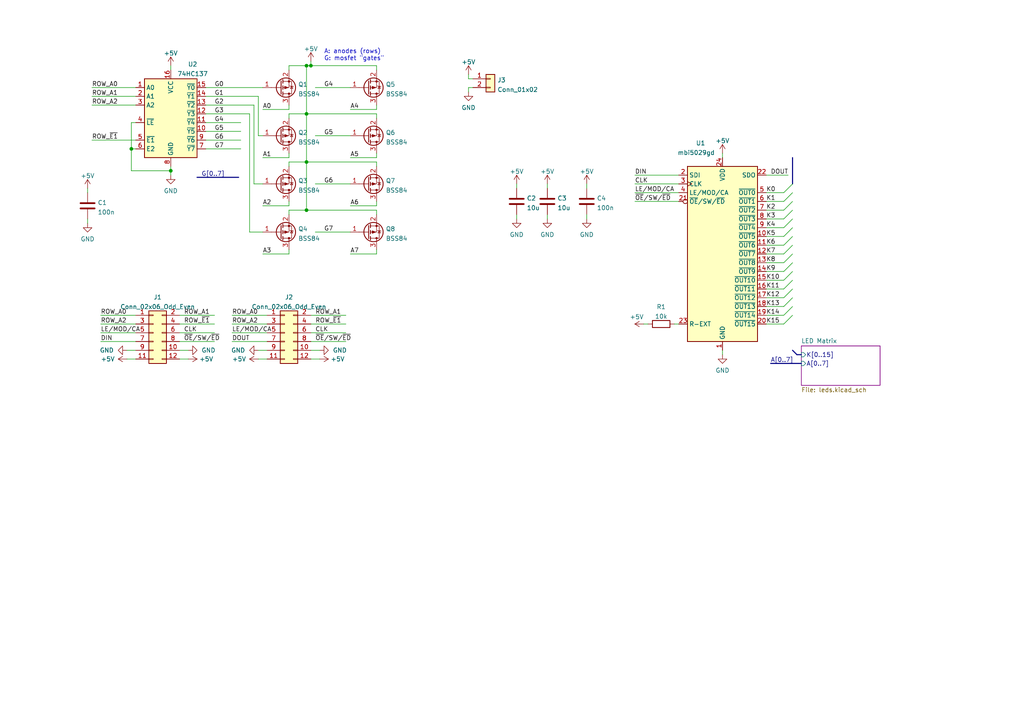
<source format=kicad_sch>
(kicad_sch (version 20210621) (generator eeschema)
  (paper "A4")
  (lib_symbols
    (symbol "74xx:74HC137"
      (property "Reference" "U" (at -7.62 13.97 0))
      (property "Value" "74HC137" (at 2.54 -11.43 0))
      (symbol "74HC137_0_1"
        (rectangle (start -7.62 12.7) (end 7.62 -10.16) (stroke (width 0.254)) (fill (type background)))
      )
      (symbol "74HC137_1_1"
        (pin input line (at -10.16 10.16 0) (length 2.54) (name "A0") (number "1"))
        (pin output line (at 10.16 -2.54 180) (length 2.54) (name "~{Y5}") (number "10"))
        (pin output line (at 10.16 0 180) (length 2.54) (name "~{Y4}") (number "11"))
        (pin output line (at 10.16 2.54 180) (length 2.54) (name "~{Y3}") (number "12"))
        (pin output line (at 10.16 5.08 180) (length 2.54) (name "~{Y2}") (number "13"))
        (pin output line (at 10.16 7.62 180) (length 2.54) (name "~{Y1}") (number "14"))
        (pin output line (at 10.16 10.16 180) (length 2.54) (name "~{Y0}") (number "15"))
        (pin power_in line (at 0 15.24 270) (length 2.54) (name "VCC") (number "16"))
        (pin input line (at -10.16 7.62 0) (length 2.54) (name "A1") (number "2"))
        (pin input line (at -10.16 5.08 0) (length 2.54) (name "A2") (number "3"))
        (pin input line (at -10.16 0 0) (length 2.54) (name "~{LE}") (number "4"))
        (pin input line (at -10.16 -5.08 0) (length 2.54) (name "~{E1}") (number "5"))
        (pin input line (at -10.16 -7.62 0) (length 2.54) (name "E2") (number "6"))
        (pin output line (at 10.16 -7.62 180) (length 2.54) (name "~{Y7}") (number "7"))
        (pin power_in line (at 0 -12.7 90) (length 2.54) (name "GND") (number "8"))
        (pin output line (at 10.16 -5.08 180) (length 2.54) (name "~{Y6}") (number "9"))
      )
    )
    (symbol "Connector_Generic:Conn_01x02" (pin_names (offset 1.016) hide)
      (property "Reference" "J" (at 0 2.54 0))
      (property "Value" "Conn_01x02" (at 0 -5.08 0))
      (symbol "Conn_01x02_1_1"
        (rectangle (start -1.27 -2.413) (end 0 -2.667) (stroke (width 0.1524)))
        (rectangle (start -1.27 0.127) (end 0 -0.127) (stroke (width 0.1524)))
        (rectangle (start -1.27 1.27) (end 1.27 -3.81) (stroke (width 0.254)) (fill (type background)))
        (pin passive line (at -5.08 0 0) (length 3.81) (name "Pin_1") (number "1"))
        (pin passive line (at -5.08 -2.54 0) (length 3.81) (name "Pin_2") (number "2"))
      )
    )
    (symbol "Connector_Generic:Conn_02x06_Odd_Even" (pin_names (offset 1.016) hide)
      (property "Reference" "J" (at 1.27 7.62 0))
      (property "Value" "Conn_02x06_Odd_Even" (at 1.27 -10.16 0))
      (symbol "Conn_02x06_Odd_Even_1_1"
        (rectangle (start -1.27 -7.493) (end 0 -7.747) (stroke (width 0.1524)))
        (rectangle (start -1.27 -4.953) (end 0 -5.207) (stroke (width 0.1524)))
        (rectangle (start -1.27 -2.413) (end 0 -2.667) (stroke (width 0.1524)))
        (rectangle (start -1.27 0.127) (end 0 -0.127) (stroke (width 0.1524)))
        (rectangle (start -1.27 2.667) (end 0 2.413) (stroke (width 0.1524)))
        (rectangle (start -1.27 5.207) (end 0 4.953) (stroke (width 0.1524)))
        (rectangle (start 3.81 -7.493) (end 2.54 -7.747) (stroke (width 0.1524)))
        (rectangle (start 3.81 -4.953) (end 2.54 -5.207) (stroke (width 0.1524)))
        (rectangle (start 3.81 -2.413) (end 2.54 -2.667) (stroke (width 0.1524)))
        (rectangle (start 3.81 0.127) (end 2.54 -0.127) (stroke (width 0.1524)))
        (rectangle (start 3.81 2.667) (end 2.54 2.413) (stroke (width 0.1524)))
        (rectangle (start 3.81 5.207) (end 2.54 4.953) (stroke (width 0.1524)))
        (rectangle (start -1.27 6.35) (end 3.81 -8.89) (stroke (width 0.254)) (fill (type background)))
        (pin passive line (at -5.08 5.08 0) (length 3.81) (name "Pin_1") (number "1"))
        (pin passive line (at 7.62 -5.08 180) (length 3.81) (name "Pin_10") (number "10"))
        (pin passive line (at -5.08 -7.62 0) (length 3.81) (name "Pin_11") (number "11"))
        (pin passive line (at 7.62 -7.62 180) (length 3.81) (name "Pin_12") (number "12"))
        (pin passive line (at 7.62 5.08 180) (length 3.81) (name "Pin_2") (number "2"))
        (pin passive line (at -5.08 2.54 0) (length 3.81) (name "Pin_3") (number "3"))
        (pin passive line (at 7.62 2.54 180) (length 3.81) (name "Pin_4") (number "4"))
        (pin passive line (at -5.08 0 0) (length 3.81) (name "Pin_5") (number "5"))
        (pin passive line (at 7.62 0 180) (length 3.81) (name "Pin_6") (number "6"))
        (pin passive line (at -5.08 -2.54 0) (length 3.81) (name "Pin_7") (number "7"))
        (pin passive line (at 7.62 -2.54 180) (length 3.81) (name "Pin_8") (number "8"))
        (pin passive line (at -5.08 -5.08 0) (length 3.81) (name "Pin_9") (number "9"))
      )
    )
    (symbol "Device:C" (pin_numbers hide) (pin_names (offset 0.254))
      (property "Reference" "C" (at 0.635 2.54 0))
      (property "Value" "C" (at 0.635 -2.54 0))
      (symbol "C_0_1"
        (polyline (pts (xy -2.032 -0.762) (xy 2.032 -0.762)) (stroke (width 0.508)))
        (polyline (pts (xy -2.032 0.762) (xy 2.032 0.762)) (stroke (width 0.508)))
      )
      (symbol "C_1_1"
        (pin passive line (at 0 3.81 270) (length 2.794) (name "~") (number "1"))
        (pin passive line (at 0 -3.81 90) (length 2.794) (name "~") (number "2"))
      )
    )
    (symbol "Device:R" (pin_numbers hide) (pin_names (offset 0))
      (property "Reference" "R" (at 2.032 0 90))
      (property "Value" "R" (at 0 0 90))
      (symbol "R_0_1"
        (rectangle (start -1.016 -2.54) (end 1.016 2.54) (stroke (width 0.254)))
      )
      (symbol "R_1_1"
        (pin passive line (at 0 3.81 270) (length 1.27) (name "~") (number "1"))
        (pin passive line (at 0 -3.81 90) (length 1.27) (name "~") (number "2"))
      )
    )
    (symbol "Transistor_FET:BSS84" (pin_names hide)
      (property "Reference" "Q" (at 5.08 1.905 0))
      (property "Value" "BSS84" (at 5.08 0 0))
      (symbol "BSS84_0_1"
        (circle (center 1.651 0) (radius 2.794) (stroke (width 0.254)))
        (circle (center 2.54 -1.778) (radius 0.254) (fill (type outline)))
        (circle (center 2.54 1.778) (radius 0.254) (fill (type outline)))
        (polyline (pts (xy 0.254 0) (xy -2.54 0)))
        (polyline (pts (xy 0.254 1.905) (xy 0.254 -1.905)) (stroke (width 0.254)))
        (polyline (pts (xy 0.762 -1.27) (xy 0.762 -2.286)) (stroke (width 0.254)))
        (polyline (pts (xy 0.762 0.508) (xy 0.762 -0.508)) (stroke (width 0.254)))
        (polyline (pts (xy 0.762 2.286) (xy 0.762 1.27)) (stroke (width 0.254)))
        (polyline (pts (xy 2.54 2.54) (xy 2.54 1.778)))
        (polyline (pts (xy 2.54 -2.54) (xy 2.54 0) (xy 0.762 0)))
        (polyline (pts (xy 0.762 1.778) (xy 3.302 1.778) (xy 3.302 -1.778) (xy 0.762 -1.778)))
        (polyline (pts (xy 2.794 -0.508) (xy 2.921 -0.381) (xy 3.683 -0.381) (xy 3.81 -0.254)))
        (polyline (pts (xy 3.302 -0.381) (xy 2.921 0.254) (xy 3.683 0.254) (xy 3.302 -0.381)))
        (polyline (pts (xy 2.286 0) (xy 1.27 0.381) (xy 1.27 -0.381) (xy 2.286 0)) (fill (type outline)))
      )
      (symbol "BSS84_1_1"
        (pin input line (at -5.08 0 0) (length 2.54) (name "G") (number "1"))
        (pin passive line (at 2.54 -5.08 90) (length 2.54) (name "S") (number "2"))
        (pin passive line (at 2.54 5.08 270) (length 2.54) (name "D") (number "3"))
      )
    )
    (symbol "mbi5029_led_matrix:mbi5029gd"
      (property "Reference" "U" (at -7.62 26.67 0))
      (property "Value" "mbi5029gd" (at 3.81 26.67 0))
      (symbol "mbi5029gd_0_1"
        (rectangle (start -10.16 25.4) (end 10.16 -25.4) (stroke (width 0.254)) (fill (type background)))
      )
      (symbol "mbi5029gd_1_1"
        (pin power_in line (at 0 -27.94 90) (length 2.54) (name "GND") (number "1"))
        (pin output line (at 12.7 5.08 180) (length 2.54) (name "~{OUT5}") (number "10"))
        (pin output line (at 12.7 2.54 180) (length 2.54) (name "~{OUT6}") (number "11"))
        (pin output line (at 12.7 0 180) (length 2.54) (name "~{OUT7}") (number "12"))
        (pin output line (at 12.7 -2.54 180) (length 2.54) (name "~{OUT8}") (number "13"))
        (pin output line (at 12.7 -5.08 180) (length 2.54) (name "~{OUT9}") (number "14"))
        (pin output line (at 12.7 -7.62 180) (length 2.54) (name "~{OUT10}") (number "15"))
        (pin output line (at 12.7 -10.16 180) (length 2.54) (name "~{OUT11}") (number "16"))
        (pin output line (at 12.7 -12.7 180) (length 2.54) (name "~{OUT12}") (number "17"))
        (pin output line (at 12.7 -15.24 180) (length 2.54) (name "~{OUT13}") (number "18"))
        (pin output line (at 12.7 -17.78 180) (length 2.54) (name "~{OUT14}") (number "19"))
        (pin input line (at -12.7 22.86 0) (length 2.54) (name "SDI") (number "2"))
        (pin output line (at 12.7 -20.32 180) (length 2.54) (name "~{OUT15}") (number "20"))
        (pin input inverted (at -12.7 15.24 0) (length 2.54) (name "~{OE}/SW/~{ED}") (number "21"))
        (pin output line (at 12.7 22.86 180) (length 2.54) (name "SDO") (number "22"))
        (pin passive line (at -12.7 -20.32 0) (length 2.54) (name "R-EXT") (number "23"))
        (pin power_in line (at 0 27.94 270) (length 2.54) (name "VDD") (number "24"))
        (pin input clock (at -12.7 20.32 0) (length 2.54) (name "CLK") (number "3"))
        (pin input line (at -12.7 17.78 0) (length 2.54) (name "LE/MOD/CA") (number "4"))
        (pin output line (at 12.7 17.78 180) (length 2.54) (name "~{OUT0}") (number "5"))
        (pin output line (at 12.7 15.24 180) (length 2.54) (name "~{OUT1}") (number "6"))
        (pin output line (at 12.7 12.7 180) (length 2.54) (name "~{OUT2}") (number "7"))
        (pin output line (at 12.7 10.16 180) (length 2.54) (name "~{OUT3}") (number "8"))
        (pin output line (at 12.7 7.62 180) (length 2.54) (name "~{OUT4}") (number "9"))
      )
    )
    (symbol "power:+5V" (power) (pin_names (offset 0))
      (property "Value" "+5V" (at 0 3.556 0))
      (symbol "+5V_0_1"
        (polyline (pts (xy -0.762 1.27) (xy 0 2.54)))
        (polyline (pts (xy 0 0) (xy 0 2.54)))
        (polyline (pts (xy 0 2.54) (xy 0.762 1.27)))
      )
      (symbol "+5V_1_1"
        (pin power_in line (at 0 0 90) (length 0) hide (name "+5V") (number "1"))
      )
    )
    (symbol "power:GND" (power) (pin_names (offset 0))
      (property "Value" "GND" (at 0 -3.81 0))
      (symbol "GND_0_1"
        (polyline (pts (xy 0 0) (xy 0 -1.27) (xy 1.27 -1.27) (xy 0 -2.54) (xy -1.27 -1.27) (xy 0 -1.27)))
      )
      (symbol "GND_1_1"
        (pin power_in line (at 0 0 270) (length 0) hide (name "GND") (number "1"))
      )
    )
  )
  (junction (at 38.1 43.18))
  (junction (at 49.53 49.53))
  (junction (at 88.9 19.05))
  (junction (at 88.9 33.02))
  (junction (at 88.9 46.99))
  (junction (at 88.9 60.96))
  (junction (at 90.17 19.05))
  (bus_entry (at 229.87 53.34) (size -2.54 2.54))
  (bus_entry (at 229.87 55.88) (size -2.54 2.54))
  (bus_entry (at 229.87 58.42) (size -2.54 2.54))
  (bus_entry (at 229.87 60.96) (size -2.54 2.54))
  (bus_entry (at 229.87 63.5) (size -2.54 2.54))
  (bus_entry (at 229.87 66.04) (size -2.54 2.54))
  (bus_entry (at 229.87 68.58) (size -2.54 2.54))
  (bus_entry (at 229.87 71.12) (size -2.54 2.54))
  (bus_entry (at 229.87 73.66) (size -2.54 2.54))
  (bus_entry (at 229.87 76.2) (size -2.54 2.54))
  (bus_entry (at 229.87 78.74) (size -2.54 2.54))
  (bus_entry (at 229.87 81.28) (size -2.54 2.54))
  (bus_entry (at 229.87 83.82) (size -2.54 2.54))
  (bus_entry (at 229.87 86.36) (size -2.54 2.54))
  (bus_entry (at 229.87 88.9) (size -2.54 2.54))
  (bus_entry (at 229.87 91.44) (size -2.54 2.54))
  (wire (pts (xy 25.4 54.61) (xy 25.4 55.88)))
  (wire (pts (xy 25.4 63.5) (xy 25.4 64.77)))
  (wire (pts (xy 26.67 25.4) (xy 39.37 25.4)))
  (wire (pts (xy 26.67 27.94) (xy 39.37 27.94)))
  (wire (pts (xy 26.67 30.48) (xy 39.37 30.48)))
  (wire (pts (xy 26.67 40.64) (xy 39.37 40.64)))
  (wire (pts (xy 29.21 91.44) (xy 39.37 91.44)))
  (wire (pts (xy 29.21 93.98) (xy 39.37 93.98)))
  (wire (pts (xy 29.21 96.52) (xy 39.37 96.52)))
  (wire (pts (xy 29.21 99.06) (xy 39.37 99.06)))
  (wire (pts (xy 36.83 101.6) (xy 39.37 101.6)))
  (wire (pts (xy 36.83 104.14) (xy 39.37 104.14)))
  (wire (pts (xy 38.1 35.56) (xy 38.1 43.18)))
  (wire (pts (xy 38.1 43.18) (xy 38.1 49.53)))
  (wire (pts (xy 38.1 43.18) (xy 39.37 43.18)))
  (wire (pts (xy 38.1 49.53) (xy 49.53 49.53)))
  (wire (pts (xy 39.37 35.56) (xy 38.1 35.56)))
  (wire (pts (xy 49.53 19.05) (xy 49.53 20.32)))
  (wire (pts (xy 49.53 48.26) (xy 49.53 49.53)))
  (wire (pts (xy 49.53 49.53) (xy 49.53 50.8)))
  (wire (pts (xy 52.07 91.44) (xy 62.23 91.44)))
  (wire (pts (xy 52.07 93.98) (xy 62.23 93.98)))
  (wire (pts (xy 52.07 96.52) (xy 62.23 96.52)))
  (wire (pts (xy 52.07 99.06) (xy 62.23 99.06)))
  (wire (pts (xy 52.07 101.6) (xy 54.61 101.6)))
  (wire (pts (xy 52.07 104.14) (xy 54.61 104.14)))
  (wire (pts (xy 59.69 25.4) (xy 76.2 25.4)))
  (wire (pts (xy 59.69 27.94) (xy 74.93 27.94)))
  (wire (pts (xy 59.69 30.48) (xy 73.66 30.48)))
  (wire (pts (xy 59.69 33.02) (xy 72.39 33.02)))
  (wire (pts (xy 59.69 35.56) (xy 69.85 35.56)))
  (wire (pts (xy 59.69 38.1) (xy 69.85 38.1)))
  (wire (pts (xy 59.69 40.64) (xy 69.85 40.64)))
  (wire (pts (xy 59.69 43.18) (xy 69.85 43.18)))
  (wire (pts (xy 67.31 91.44) (xy 77.47 91.44)))
  (wire (pts (xy 67.31 93.98) (xy 77.47 93.98)))
  (wire (pts (xy 67.31 96.52) (xy 77.47 96.52)))
  (wire (pts (xy 67.31 99.06) (xy 77.47 99.06)))
  (wire (pts (xy 72.39 33.02) (xy 72.39 67.31)))
  (wire (pts (xy 72.39 67.31) (xy 76.2 67.31)))
  (wire (pts (xy 73.66 30.48) (xy 73.66 53.34)))
  (wire (pts (xy 73.66 53.34) (xy 76.2 53.34)))
  (wire (pts (xy 74.93 27.94) (xy 74.93 39.37)))
  (wire (pts (xy 74.93 39.37) (xy 76.2 39.37)))
  (wire (pts (xy 74.93 101.6) (xy 77.47 101.6)))
  (wire (pts (xy 74.93 104.14) (xy 77.47 104.14)))
  (wire (pts (xy 76.2 31.75) (xy 83.82 31.75)))
  (wire (pts (xy 76.2 45.72) (xy 83.82 45.72)))
  (wire (pts (xy 83.82 19.05) (xy 88.9 19.05)))
  (wire (pts (xy 83.82 20.32) (xy 83.82 19.05)))
  (wire (pts (xy 83.82 30.48) (xy 83.82 31.75)))
  (wire (pts (xy 83.82 33.02) (xy 88.9 33.02)))
  (wire (pts (xy 83.82 34.29) (xy 83.82 33.02)))
  (wire (pts (xy 83.82 45.72) (xy 83.82 44.45)))
  (wire (pts (xy 83.82 46.99) (xy 88.9 46.99)))
  (wire (pts (xy 83.82 48.26) (xy 83.82 46.99)))
  (wire (pts (xy 83.82 58.42) (xy 83.82 59.69)))
  (wire (pts (xy 83.82 59.69) (xy 76.2 59.69)))
  (wire (pts (xy 83.82 60.96) (xy 88.9 60.96)))
  (wire (pts (xy 83.82 62.23) (xy 83.82 60.96)))
  (wire (pts (xy 83.82 72.39) (xy 83.82 73.66)))
  (wire (pts (xy 83.82 73.66) (xy 76.2 73.66)))
  (wire (pts (xy 88.9 19.05) (xy 90.17 19.05)))
  (wire (pts (xy 88.9 33.02) (xy 88.9 19.05)))
  (wire (pts (xy 88.9 33.02) (xy 88.9 46.99)))
  (wire (pts (xy 88.9 33.02) (xy 109.22 33.02)))
  (wire (pts (xy 88.9 46.99) (xy 109.22 46.99)))
  (wire (pts (xy 88.9 60.96) (xy 88.9 46.99)))
  (wire (pts (xy 88.9 60.96) (xy 109.22 60.96)))
  (wire (pts (xy 90.17 17.78) (xy 90.17 19.05)))
  (wire (pts (xy 90.17 19.05) (xy 109.22 19.05)))
  (wire (pts (xy 90.17 91.44) (xy 100.33 91.44)))
  (wire (pts (xy 90.17 93.98) (xy 100.33 93.98)))
  (wire (pts (xy 90.17 96.52) (xy 100.33 96.52)))
  (wire (pts (xy 90.17 99.06) (xy 100.33 99.06)))
  (wire (pts (xy 90.17 101.6) (xy 92.71 101.6)))
  (wire (pts (xy 90.17 104.14) (xy 92.71 104.14)))
  (wire (pts (xy 91.44 25.4) (xy 101.6 25.4)))
  (wire (pts (xy 91.44 39.37) (xy 101.6 39.37)))
  (wire (pts (xy 91.44 53.34) (xy 101.6 53.34)))
  (wire (pts (xy 91.44 67.31) (xy 101.6 67.31)))
  (wire (pts (xy 101.6 31.75) (xy 109.22 31.75)))
  (wire (pts (xy 101.6 45.72) (xy 109.22 45.72)))
  (wire (pts (xy 101.6 59.69) (xy 109.22 59.69)))
  (wire (pts (xy 101.6 73.66) (xy 109.22 73.66)))
  (wire (pts (xy 109.22 19.05) (xy 109.22 20.32)))
  (wire (pts (xy 109.22 30.48) (xy 109.22 31.75)))
  (wire (pts (xy 109.22 33.02) (xy 109.22 34.29)))
  (wire (pts (xy 109.22 44.45) (xy 109.22 45.72)))
  (wire (pts (xy 109.22 46.99) (xy 109.22 48.26)))
  (wire (pts (xy 109.22 58.42) (xy 109.22 59.69)))
  (wire (pts (xy 109.22 60.96) (xy 109.22 62.23)))
  (wire (pts (xy 109.22 72.39) (xy 109.22 73.66)))
  (wire (pts (xy 135.89 21.59) (xy 135.89 22.86)))
  (wire (pts (xy 135.89 22.86) (xy 137.16 22.86)))
  (wire (pts (xy 135.89 25.4) (xy 135.89 26.67)))
  (wire (pts (xy 137.16 25.4) (xy 135.89 25.4)))
  (wire (pts (xy 149.86 53.34) (xy 149.86 54.61)))
  (wire (pts (xy 149.86 62.23) (xy 149.86 63.5)))
  (wire (pts (xy 158.75 53.34) (xy 158.75 54.61)))
  (wire (pts (xy 158.75 62.23) (xy 158.75 63.5)))
  (wire (pts (xy 170.18 53.34) (xy 170.18 54.61)))
  (wire (pts (xy 170.18 62.23) (xy 170.18 63.5)))
  (wire (pts (xy 184.15 50.8) (xy 196.85 50.8)))
  (wire (pts (xy 184.15 53.34) (xy 196.85 53.34)))
  (wire (pts (xy 184.15 55.88) (xy 196.85 55.88)))
  (wire (pts (xy 184.15 58.42) (xy 196.85 58.42)))
  (wire (pts (xy 186.69 93.98) (xy 187.96 93.98)))
  (wire (pts (xy 195.58 93.98) (xy 196.85 93.98)))
  (wire (pts (xy 209.55 44.45) (xy 209.55 45.72)))
  (wire (pts (xy 209.55 101.6) (xy 209.55 102.87)))
  (wire (pts (xy 222.25 50.8) (xy 228.6 50.8)))
  (wire (pts (xy 222.25 55.88) (xy 227.33 55.88)))
  (wire (pts (xy 222.25 58.42) (xy 227.33 58.42)))
  (wire (pts (xy 222.25 60.96) (xy 227.33 60.96)))
  (wire (pts (xy 222.25 63.5) (xy 227.33 63.5)))
  (wire (pts (xy 222.25 66.04) (xy 227.33 66.04)))
  (wire (pts (xy 222.25 68.58) (xy 227.33 68.58)))
  (wire (pts (xy 222.25 71.12) (xy 227.33 71.12)))
  (wire (pts (xy 222.25 73.66) (xy 227.33 73.66)))
  (wire (pts (xy 222.25 76.2) (xy 227.33 76.2)))
  (wire (pts (xy 222.25 78.74) (xy 227.33 78.74)))
  (wire (pts (xy 222.25 81.28) (xy 227.33 81.28)))
  (wire (pts (xy 222.25 83.82) (xy 227.33 83.82)))
  (wire (pts (xy 222.25 86.36) (xy 227.33 86.36)))
  (wire (pts (xy 222.25 88.9) (xy 227.33 88.9)))
  (wire (pts (xy 222.25 91.44) (xy 227.33 91.44)))
  (wire (pts (xy 222.25 93.98) (xy 227.33 93.98)))
  (bus (pts (xy 57.15 51.435) (xy 69.215 51.435)))
  (bus (pts (xy 223.52 105.41) (xy 232.41 105.41)))
  (bus (pts (xy 229.87 45.72) (xy 229.87 101.6)))
  (bus (pts (xy 231.14 102.87) (xy 229.87 101.6)))
  (bus (pts (xy 232.41 102.87) (xy 231.14 102.87)))
  (text "A: anodes (rows)\nG: mosfet \"gates\"" (at 93.98 17.78 0) (effects (font (size 1.27 1.27)) (justify left bottom)))
  (label "ROW_A0" (at 26.67 25.4 0))
  (label "ROW_A1" (at 26.67 27.94 0))
  (label "ROW_A2" (at 26.67 30.48 0))
  (label "ROW_~{E1}" (at 26.67 40.64 0))
  (label "ROW_A0" (at 29.21 91.44 0))
  (label "ROW_A2" (at 29.21 93.98 0))
  (label "LE{slash}MOD{slash}CA" (at 29.21 96.52 0))
  (label "DIN" (at 29.21 99.06 0))
  (label "ROW_A1" (at 53.34 91.44 0))
  (label "ROW_~{E1}" (at 53.34 93.98 0))
  (label "CLK" (at 53.34 96.52 0))
  (label "~{OE}{slash}SW{slash}~{ED}" (at 53.34 99.06 0))
  (label "G[0..7]" (at 58.42 51.435 0))
  (label "G0" (at 62.23 25.4 0))
  (label "G1" (at 62.23 27.94 0))
  (label "G2" (at 62.23 30.48 0))
  (label "G3" (at 62.23 33.02 0))
  (label "G4" (at 62.23 35.56 0))
  (label "G5" (at 62.23 38.1 0))
  (label "G6" (at 62.23 40.64 0))
  (label "G7" (at 62.23 43.18 0))
  (label "ROW_A0" (at 67.31 91.44 0))
  (label "ROW_A2" (at 67.31 93.98 0))
  (label "LE{slash}MOD{slash}CA" (at 67.31 96.52 0))
  (label "DOUT" (at 67.31 99.06 0))
  (label "A0" (at 76.2 31.75 0))
  (label "A1" (at 76.2 45.72 0))
  (label "A2" (at 76.2 59.69 0))
  (label "A3" (at 76.2 73.66 0))
  (label "ROW_A1" (at 91.44 91.44 0))
  (label "ROW_~{E1}" (at 91.44 93.98 0))
  (label "CLK" (at 91.44 96.52 0))
  (label "~{OE}{slash}SW{slash}~{ED}" (at 91.44 99.06 0))
  (label "G4" (at 93.98 25.4 0))
  (label "G5" (at 93.98 39.37 0))
  (label "G6" (at 93.98 53.34 0))
  (label "G7" (at 93.98 67.31 0))
  (label "A4" (at 101.6 31.75 0))
  (label "A5" (at 101.6 45.72 0))
  (label "A6" (at 101.6 59.69 0))
  (label "A7" (at 101.6 73.66 0))
  (label "DIN" (at 184.15 50.8 0))
  (label "CLK" (at 184.15 53.34 0))
  (label "LE{slash}MOD{slash}CA" (at 184.15 55.88 0))
  (label "~{OE}{slash}SW{slash}~{ED}" (at 184.15 58.42 0))
  (label "K0" (at 222.25 55.88 0))
  (label "K1" (at 222.25 58.42 0))
  (label "K2" (at 222.25 60.96 0))
  (label "K3" (at 222.25 63.5 0))
  (label "K4" (at 222.25 66.04 0))
  (label "K5" (at 222.25 68.58 0))
  (label "K6" (at 222.25 71.12 0))
  (label "K7" (at 222.25 73.66 0))
  (label "K8" (at 222.25 76.2 0))
  (label "K9" (at 222.25 78.74 0))
  (label "K10" (at 222.25 81.28 0))
  (label "K11" (at 222.25 83.82 0))
  (label "K12" (at 222.25 86.36 0))
  (label "K13" (at 222.25 88.9 0))
  (label "K14" (at 222.25 91.44 0))
  (label "K15" (at 222.25 93.98 0))
  (label "DOUT" (at 223.52 50.8 0))
  (label "A[0..7]" (at 223.52 105.41 0))
  (symbol (lib_id "power:+5V") (at 25.4 54.61 0) (unit 1)
    (property "Reference" "#PWR07" (effects hide))
    (property "Value" "+5V" (at 25.4 51.0054 0))
  )
  (symbol (lib_id "power:+5V") (at 36.83 104.14 90) (unit 1)
    (property "Reference" "#PWR0102" (effects hide))
    (property "Value" "+5V" (at 29.21 104.14 90) (effects (justify right)))
  )
  (symbol (lib_id "power:+5V") (at 49.53 19.05 0) (unit 1)
    (property "Reference" "#PWR0103" (effects hide))
    (property "Value" "+5V" (at 49.53 15.4454 0))
  )
  (symbol (lib_id "power:+5V") (at 54.61 104.14 270) (unit 1)
    (property "Reference" "#PWR0110" (effects hide))
    (property "Value" "+5V" (at 57.785 104.14 90) (effects (justify left)))
  )
  (symbol (lib_id "power:+5V") (at 74.93 104.14 90) (unit 1)
    (property "Reference" "#PWR0109" (effects hide))
    (property "Value" "+5V" (at 67.31 104.14 90) (effects (justify right)))
  )
  (symbol (lib_id "power:+5V") (at 90.17 17.78 0) (unit 1)
    (property "Reference" "#PWR01" (effects hide))
    (property "Value" "+5V" (at 90.17 14.1754 0))
  )
  (symbol (lib_id "power:+5V") (at 92.71 104.14 270) (unit 1)
    (property "Reference" "#PWR0104" (effects hide))
    (property "Value" "+5V" (at 95.885 104.14 90) (effects (justify left)))
  )
  (symbol (lib_id "power:+5V") (at 135.89 21.59 0) (unit 1)
    (property "Reference" "#PWR015" (effects hide))
    (property "Value" "+5V" (at 135.89 17.9854 0))
  )
  (symbol (lib_id "power:+5V") (at 149.86 53.34 0) (unit 1)
    (property "Reference" "#PWR09" (effects hide))
    (property "Value" "+5V" (at 149.86 49.7354 0))
  )
  (symbol (lib_id "power:+5V") (at 158.75 53.34 0) (unit 1)
    (property "Reference" "#PWR011" (effects hide))
    (property "Value" "+5V" (at 158.75 49.7354 0))
  )
  (symbol (lib_id "power:+5V") (at 170.18 53.34 0) (unit 1)
    (property "Reference" "#PWR013" (effects hide))
    (property "Value" "+5V" (at 170.18 49.7354 0))
  )
  (symbol (lib_id "power:+5V") (at 186.69 93.98 90) (unit 1)
    (property "Reference" "#PWR0101" (effects hide))
    (property "Value" "+5V" (at 182.6261 91.919 90) (effects (justify right)))
  )
  (symbol (lib_id "power:+5V") (at 209.55 44.45 0) (unit 1)
    (property "Reference" "#PWR0107" (effects hide))
    (property "Value" "+5V" (at 209.55 40.8454 0))
  )
  (symbol (lib_id "power:GND") (at 25.4 64.77 0) (unit 1)
    (property "Reference" "#PWR08" (effects hide))
    (property "Value" "GND" (at 25.4 69.3326 0))
  )
  (symbol (lib_id "power:GND") (at 36.83 101.6 270) (unit 1)
    (property "Reference" "#PWR02" (effects hide))
    (property "Value" "GND" (at 33.02 101.6 90) (effects (justify right)))
  )
  (symbol (lib_id "power:GND") (at 49.53 50.8 0) (unit 1)
    (property "Reference" "#PWR03" (effects hide))
    (property "Value" "GND" (at 49.53 55.3626 0))
  )
  (symbol (lib_id "power:GND") (at 54.61 101.6 90) (unit 1)
    (property "Reference" "#PWR04" (effects hide))
    (property "Value" "GND" (at 58.42 101.6 90) (effects (justify right)))
  )
  (symbol (lib_id "power:GND") (at 74.93 101.6 270) (unit 1)
    (property "Reference" "#PWR0108" (effects hide))
    (property "Value" "GND" (at 71.12 101.6 90) (effects (justify right)))
  )
  (symbol (lib_id "power:GND") (at 92.71 101.6 90) (unit 1)
    (property "Reference" "#PWR0105" (effects hide))
    (property "Value" "GND" (at 96.52 101.6 90) (effects (justify right)))
  )
  (symbol (lib_id "power:GND") (at 135.89 26.67 0) (unit 1)
    (property "Reference" "#PWR016" (effects hide))
    (property "Value" "GND" (at 135.89 31.2326 0))
  )
  (symbol (lib_id "power:GND") (at 149.86 63.5 0) (unit 1)
    (property "Reference" "#PWR010" (effects hide))
    (property "Value" "GND" (at 149.86 68.0626 0))
  )
  (symbol (lib_id "power:GND") (at 158.75 63.5 0) (unit 1)
    (property "Reference" "#PWR012" (effects hide))
    (property "Value" "GND" (at 158.75 68.0626 0))
  )
  (symbol (lib_id "power:GND") (at 170.18 63.5 0) (unit 1)
    (property "Reference" "#PWR014" (effects hide))
    (property "Value" "GND" (at 170.18 68.0626 0))
  )
  (symbol (lib_id "power:GND") (at 209.55 102.87 0) (unit 1)
    (property "Reference" "#PWR0106" (effects hide))
    (property "Value" "GND" (at 209.55 107.4326 0))
  )
  (symbol (lib_id "Device:R") (at 191.77 93.98 90) (unit 1)
    (property "Reference" "R1" (at 191.77 88.9974 90))
    (property "Value" "10k" (at 191.77 91.7725 90))
    (property "Footprint" "Resistor_SMD:R_0603_1608Metric" (effects hide))
  )
  (symbol (lib_id "Connector_Generic:Conn_01x02") (at 142.24 22.86 0) (unit 1)
    (property "Reference" "J3" (at 144.2721 23.2215 0) (effects (justify left)))
    (property "Value" "Conn_01x02" (at 144.2721 25.9966 0) (effects (justify left)))
    (property "Footprint" "Connector_JST:JST_XH_B2B-XH-AM_1x02_P2.50mm_Vertical" (effects hide))
  )
  (symbol (lib_id "Device:C") (at 25.4 59.69 0) (unit 1)
    (property "Reference" "C1" (at 28.3211 58.7815 0) (effects (justify left)))
    (property "Value" "100n" (at 28.3211 61.5566 0) (effects (justify left)))
    (property "Footprint" "Capacitor_SMD:C_0603_1608Metric" (effects hide))
  )
  (symbol (lib_id "Device:C") (at 149.86 58.42 0) (unit 1)
    (property "Reference" "C2" (at 152.7811 57.5115 0) (effects (justify left)))
    (property "Value" "10u" (at 152.7811 60.2866 0) (effects (justify left)))
    (property "Footprint" "Capacitor_SMD:C_0603_1608Metric" (effects hide))
  )
  (symbol (lib_id "Device:C") (at 158.75 58.42 0) (unit 1)
    (property "Reference" "C3" (at 161.6711 57.5115 0) (effects (justify left)))
    (property "Value" "10u" (at 161.6711 60.2866 0) (effects (justify left)))
    (property "Footprint" "Capacitor_SMD:C_0603_1608Metric" (effects hide))
  )
  (symbol (lib_id "Device:C") (at 170.18 58.42 0) (unit 1)
    (property "Reference" "C4" (at 173.1011 57.5115 0) (effects (justify left)))
    (property "Value" "100n" (at 173.1011 60.2866 0) (effects (justify left)))
    (property "Footprint" "Capacitor_SMD:C_0603_1608Metric" (effects hide))
  )
  (symbol (lib_id "Transistor_FET:BSS84") (at 81.28 25.4 0) (mirror x) (unit 1)
    (property "Reference" "Q1" (at 86.4871 24.4915 0) (effects (justify left)))
    (property "Value" "BSS84" (at 86.4871 27.2666 0) (effects (justify left)))
    (property "Footprint" "Package_TO_SOT_SMD:SOT-23" (effects hide))
    (property "Datasheet" "http://assets.nexperia.com/documents/data-sheet/BSS84.pdf" (effects hide))
  )
  (symbol (lib_id "Transistor_FET:BSS84") (at 81.28 39.37 0) (mirror x) (unit 1)
    (property "Reference" "Q2" (at 86.4871 38.4615 0) (effects (justify left)))
    (property "Value" "BSS84" (at 86.4871 41.2366 0) (effects (justify left)))
    (property "Footprint" "Package_TO_SOT_SMD:SOT-23" (effects hide))
    (property "Datasheet" "http://assets.nexperia.com/documents/data-sheet/BSS84.pdf" (effects hide))
  )
  (symbol (lib_id "Transistor_FET:BSS84") (at 81.28 53.34 0) (mirror x) (unit 1)
    (property "Reference" "Q3" (at 86.4871 52.4315 0) (effects (justify left)))
    (property "Value" "BSS84" (at 86.4871 55.2066 0) (effects (justify left)))
    (property "Footprint" "Package_TO_SOT_SMD:SOT-23" (effects hide))
    (property "Datasheet" "http://assets.nexperia.com/documents/data-sheet/BSS84.pdf" (effects hide))
  )
  (symbol (lib_id "Transistor_FET:BSS84") (at 81.28 67.31 0) (mirror x) (unit 1)
    (property "Reference" "Q4" (at 86.4871 66.4015 0) (effects (justify left)))
    (property "Value" "BSS84" (at 86.4871 69.1766 0) (effects (justify left)))
    (property "Footprint" "Package_TO_SOT_SMD:SOT-23" (effects hide))
    (property "Datasheet" "http://assets.nexperia.com/documents/data-sheet/BSS84.pdf" (effects hide))
  )
  (symbol (lib_id "Transistor_FET:BSS84") (at 106.68 25.4 0) (mirror x) (unit 1)
    (property "Reference" "Q5" (at 111.8871 24.4915 0) (effects (justify left)))
    (property "Value" "BSS84" (at 111.8871 27.2666 0) (effects (justify left)))
    (property "Footprint" "Package_TO_SOT_SMD:SOT-23" (effects hide))
    (property "Datasheet" "http://assets.nexperia.com/documents/data-sheet/BSS84.pdf" (effects hide))
  )
  (symbol (lib_id "Transistor_FET:BSS84") (at 106.68 39.37 0) (mirror x) (unit 1)
    (property "Reference" "Q6" (at 111.8871 38.4615 0) (effects (justify left)))
    (property "Value" "BSS84" (at 111.8871 41.2366 0) (effects (justify left)))
    (property "Footprint" "Package_TO_SOT_SMD:SOT-23" (effects hide))
    (property "Datasheet" "http://assets.nexperia.com/documents/data-sheet/BSS84.pdf" (effects hide))
  )
  (symbol (lib_id "Transistor_FET:BSS84") (at 106.68 53.34 0) (mirror x) (unit 1)
    (property "Reference" "Q7" (at 111.8871 52.4315 0) (effects (justify left)))
    (property "Value" "BSS84" (at 111.8871 55.2066 0) (effects (justify left)))
    (property "Footprint" "Package_TO_SOT_SMD:SOT-23" (effects hide))
    (property "Datasheet" "http://assets.nexperia.com/documents/data-sheet/BSS84.pdf" (effects hide))
  )
  (symbol (lib_id "Transistor_FET:BSS84") (at 106.68 67.31 0) (mirror x) (unit 1)
    (property "Reference" "Q8" (at 111.8871 66.4015 0) (effects (justify left)))
    (property "Value" "BSS84" (at 111.8871 69.1766 0) (effects (justify left)))
    (property "Footprint" "Package_TO_SOT_SMD:SOT-23" (effects hide))
    (property "Datasheet" "http://assets.nexperia.com/documents/data-sheet/BSS84.pdf" (effects hide))
  )
  (symbol (lib_id "Connector_Generic:Conn_02x06_Odd_Even") (at 44.45 96.52 0) (unit 1)
    (property "Reference" "J1" (at 45.72 86.2034 0))
    (property "Value" "Conn_02x06_Odd_Even" (at 45.72 88.9785 0))
    (property "Footprint" "Connector_IDC:IDC-Header_2x06_P2.54mm_Latch_Vertical" (effects hide))
  )
  (symbol (lib_id "Connector_Generic:Conn_02x06_Odd_Even") (at 82.55 96.52 0) (unit 1)
    (property "Reference" "J2" (at 83.82 86.2034 0))
    (property "Value" "Conn_02x06_Odd_Even" (at 83.82 88.9785 0))
    (property "Footprint" "Connector_IDC:IDC-Header_2x06_P2.54mm_Latch_Vertical" (effects hide))
  )
  (symbol (lib_id "74xx:74HC137") (at 49.53 35.56 0) (unit 1)
    (property "Reference" "U2" (at 55.88 18.6394 0))
    (property "Value" "74HC137" (at 55.88 21.4145 0))
    (property "Footprint" "Package_SO:SOIC-16_3.9x9.9mm_P1.27mm" (effects hide))
    (property "Datasheet" "http://www.ti.com/lit/ds/symlink/cd74hc237.pdf" (effects hide))
  )
  (symbol (lib_id "mbi5029_led_matrix:mbi5029gd") (at 209.55 73.66 0) (unit 1)
    (property "Reference" "U1" (at 203.2 41.4994 0))
    (property "Value" "mbi5029gd" (at 201.93 44.2745 0))
    (property "Footprint" "Package_SO:SOIC-24W_7.5x15.4mm_P1.27mm" (effects hide))
    (property "Datasheet" "https://www.neumueller.com/datenblatt/macroblock/MBI5029_X.pdf" (effects hide))
  )
  (sheet (at 232.41 100.33) (size 22.86 11.43) (stroke (width 0.1524) (color 132 0 132 1)) (fill (color 255 255 255 0.0000))
    (property "Sheet name" "LED Matrix" (at 232.41 99.6184 0) (effects (justify left bottom)))
    (property "Sheet file" "leds.kicad_sch" (at 232.41 112.3446 0) (effects (justify left top)))
    (pin "K[0..15]" input (at 232.41 102.87 180))
    (pin "A[0..7]" input (at 232.41 105.41 180))
  )
)
</source>
